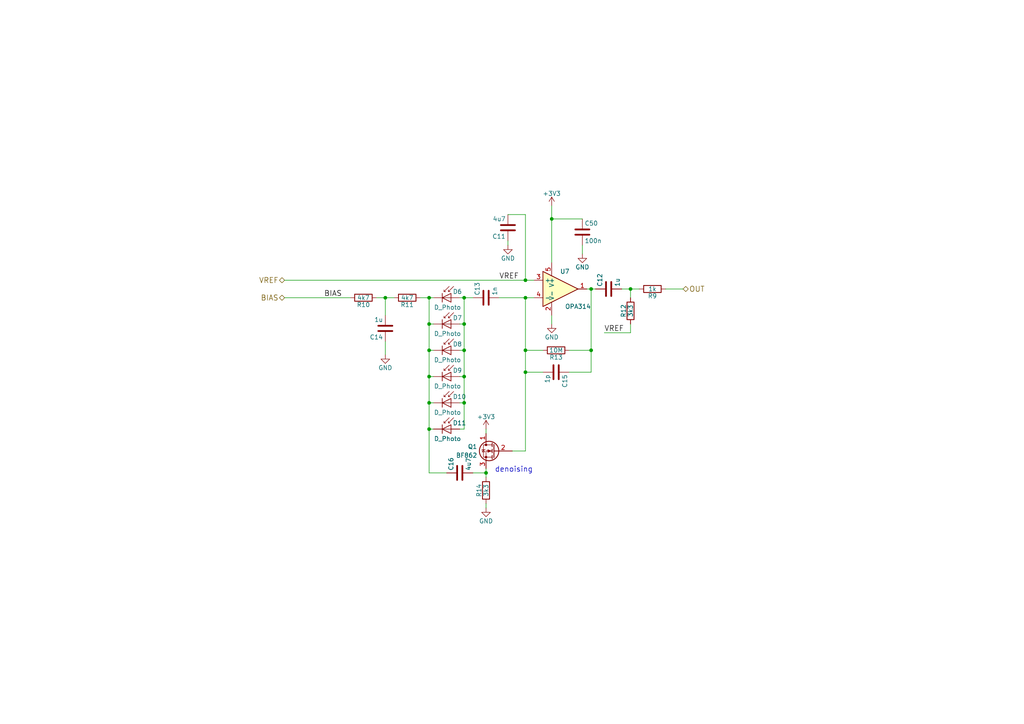
<source format=kicad_sch>
(kicad_sch (version 20230121) (generator eeschema)
  (paper "A4")
  (title_block (title "PCRD03A") (comment 1 " Silicon PIN diode cosmic radiation detector "))
  (lib_symbols
    (symbol "PCRD03A-rescue:+3V3" (power) (pin_names (offset 0))
      (property "Value" "+3V3" (at 0 3.556 0))
      (symbol "+3V3_0_1"
        (polyline (pts (xy -0.762 1.27) (xy 0 2.54)))
        (polyline (pts (xy 0 0) (xy 0 2.54)))
        (polyline (pts (xy 0 2.54) (xy 0.762 1.27)))
      )
      (symbol "+3V3_1_1"
        (pin power_in line (at 0 0 90) (length 0) hide (name "+3V3") (number "1"))
      )
    )
    (symbol "PCRD03A-rescue:C" (pin_numbers hide) (pin_names (offset 0.254))
      (property "Reference" "C" (at 0.635 2.54 0))
      (property "Value" "C" (at 0.635 -2.54 0))
      (symbol "C_0_1"
        (polyline (pts (xy -2.032 -0.762) (xy 2.032 -0.762)) (stroke (width 0.508)))
        (polyline (pts (xy -2.032 0.762) (xy 2.032 0.762)) (stroke (width 0.508)))
      )
      (symbol "C_1_1"
        (pin passive line (at 0 3.81 270) (length 2.794) (name "~") (number "1"))
        (pin passive line (at 0 -3.81 90) (length 2.794) (name "~") (number "2"))
      )
    )
    (symbol "PCRD03A-rescue:D_Photo" (pin_numbers hide) (pin_names (offset 1.016) hide)
      (property "Reference" "D" (at 0.508 1.778 0))
      (property "Value" "D_Photo" (at -1.016 -2.794 0))
      (symbol "D_Photo_0_1"
        (polyline (pts (xy -2.54 1.27) (xy -2.54 -1.27)) (stroke (width 0.2032)))
        (polyline (pts (xy -2.032 1.778) (xy -1.524 1.778)))
        (polyline (pts (xy 0 0) (xy -2.54 0)))
        (polyline (pts (xy -0.508 3.302) (xy -2.032 1.778) (xy -2.032 2.286)))
        (polyline (pts (xy 0 -1.27) (xy 0 1.27) (xy -2.54 0) (xy 0 -1.27)) (stroke (width 0.2032)))
        (polyline (pts (xy 0.762 3.302) (xy -0.762 1.778) (xy -0.762 2.286) (xy -0.762 1.778) (xy -0.254 1.778)))
      )
      (symbol "D_Photo_1_1"
        (pin passive line (at -5.08 0 0) (length 2.54) (name "K") (number "1"))
        (pin passive line (at 2.54 0 180) (length 2.54) (name "A") (number "2"))
      )
    )
    (symbol "PCRD03A-rescue:GND" (power) (pin_names (offset 0))
      (property "Value" "GND" (at 0 -3.81 0))
      (symbol "GND_0_1"
        (polyline (pts (xy 0 0) (xy 0 -1.27) (xy 1.27 -1.27) (xy 0 -2.54) (xy -1.27 -1.27) (xy 0 -1.27)))
      )
      (symbol "GND_1_1"
        (pin power_in line (at 0 0 270) (length 0) hide (name "GND") (number "1"))
      )
    )
    (symbol "PCRD03A-rescue:MCP6001"
      (property "Reference" "U" (at 1.27 5.08 0))
      (property "Value" "MCP6001" (at 5.08 -5.08 0))
      (symbol "MCP6001_0_1"
        (polyline (pts (xy -5.08 5.08) (xy 5.08 0) (xy -5.08 -5.08) (xy -5.08 5.08)) (stroke (width 0.254)) (fill (type background)))
      )
      (symbol "MCP6001_1_1"
        (pin output line (at 7.62 0 180) (length 2.54) (name "~") (number "1"))
        (pin input line (at -2.54 -7.62 90) (length 3.81) (name "V-") (number "2"))
        (pin input line (at -7.62 2.54 0) (length 2.54) (name "+") (number "3"))
        (pin input line (at -7.62 -2.54 0) (length 2.54) (name "-") (number "4"))
        (pin input line (at -2.54 7.62 270) (length 3.81) (name "V+") (number "5"))
      )
    )
    (symbol "PCRD03A-rescue:Q_NMOS_DGS" (pin_names (offset 0) hide)
      (property "Reference" "Q" (at 5.08 1.27 0))
      (property "Value" "Q_NMOS_DGS" (at 5.08 -1.27 0))
      (symbol "Q_NMOS_DGS_0_1"
        (polyline (pts (xy 0.762 -1.778) (xy 2.54 -1.778)))
        (polyline (pts (xy 0.762 -1.27) (xy 0.762 -2.286)) (stroke (width 0.254)))
        (polyline (pts (xy 0.762 0) (xy 2.54 0)))
        (polyline (pts (xy 0.762 0.508) (xy 0.762 -0.508)) (stroke (width 0.254)))
        (polyline (pts (xy 0.762 1.778) (xy 2.54 1.778)))
        (polyline (pts (xy 0.762 2.286) (xy 0.762 1.27)) (stroke (width 0.254)))
        (polyline (pts (xy 2.54 -1.778) (xy 2.54 -2.54)))
        (polyline (pts (xy 2.54 -1.778) (xy 2.54 0)))
        (polyline (pts (xy 2.54 2.54) (xy 2.54 1.778)))
        (polyline (pts (xy 0.254 1.905) (xy 0.254 -1.905) (xy 0.254 -1.905)) (stroke (width 0.254)))
        (polyline (pts (xy 1.016 0) (xy 2.032 0.381) (xy 2.032 -0.381) (xy 1.016 0)) (fill (type outline)))
        (polyline (pts (xy 2.54 -1.778) (xy 3.302 -1.778) (xy 3.302 1.778) (xy 2.54 1.778)))
        (polyline (pts (xy 2.794 0.508) (xy 2.921 0.381) (xy 3.683 0.381) (xy 3.81 0.254)))
        (polyline (pts (xy 3.302 0.381) (xy 2.921 -0.254) (xy 3.683 -0.254) (xy 3.302 0.381)))
        (circle (center 1.651 0) (radius 2.8194) (stroke (width 0.254)))
        (circle (center 2.54 -1.778) (radius 0.2794) (fill (type outline)))
        (circle (center 2.54 1.778) (radius 0.2794) (fill (type outline)))
      )
      (symbol "Q_NMOS_DGS_1_1"
        (pin passive line (at 2.54 5.08 270) (length 2.54) (name "D") (number "1"))
        (pin input line (at -5.08 0 0) (length 5.334) (name "G") (number "2"))
        (pin passive line (at 2.54 -5.08 90) (length 2.54) (name "S") (number "3"))
      )
    )
    (symbol "PCRD03A-rescue:R" (pin_numbers hide) (pin_names (offset 0))
      (property "Reference" "R" (at 2.032 0 90))
      (property "Value" "R" (at 0 0 90))
      (symbol "R_0_1"
        (rectangle (start -1.016 -2.54) (end 1.016 2.54) (stroke (width 0.254)))
      )
      (symbol "R_1_1"
        (pin passive line (at 0 3.81 270) (length 1.27) (name "~") (number "1"))
        (pin passive line (at 0 -3.81 90) (length 1.27) (name "~") (number "2"))
      )
    )
  )
  (junction (at 124.46 116.84))
  (junction (at 152.4 86.36))
  (junction (at 134.62 101.6))
  (junction (at 182.88 83.82))
  (junction (at 124.46 93.98))
  (junction (at 124.46 101.6))
  (junction (at 111.76 86.36))
  (junction (at 152.4 81.28))
  (junction (at 134.62 116.84))
  (junction (at 124.46 86.36))
  (junction (at 134.62 109.22))
  (junction (at 171.45 101.6))
  (junction (at 152.4 101.6))
  (junction (at 140.97 137.16))
  (junction (at 124.46 124.46))
  (junction (at 124.46 109.22))
  (junction (at 171.45 83.82))
  (junction (at 134.62 93.98))
  (junction (at 134.62 86.36))
  (junction (at 152.4 107.95))
  (junction (at 160.02 63.5))
  (wire (pts (xy 109.22 86.36) (xy 111.76 86.36)))
  (wire (pts (xy 171.45 83.82) (xy 172.72 83.82)))
  (wire (pts (xy 182.88 93.98) (xy 182.88 96.52)))
  (wire (pts (xy 121.92 86.36) (xy 124.46 86.36)))
  (wire (pts (xy 111.76 91.44) (xy 111.76 86.36)))
  (wire (pts (xy 124.46 137.16) (xy 129.54 137.16)))
  (wire (pts (xy 152.4 130.81) (xy 148.59 130.81)))
  (wire (pts (xy 111.76 102.87) (xy 111.76 99.06)))
  (wire (pts (xy 124.46 86.36) (xy 124.46 93.98)))
  (wire (pts (xy 82.55 81.28) (xy 152.4 81.28)))
  (wire (pts (xy 124.46 101.6) (xy 124.46 109.22)))
  (wire (pts (xy 171.45 101.6) (xy 165.1 101.6)))
  (wire (pts (xy 124.46 109.22) (xy 124.46 116.84)))
  (wire (pts (xy 134.62 124.46) (xy 133.35 124.46)))
  (wire (pts (xy 134.62 86.36) (xy 134.62 93.98)))
  (wire (pts (xy 182.88 96.52) (xy 175.26 96.52)))
  (wire (pts (xy 125.73 93.98) (xy 124.46 93.98)))
  (wire (pts (xy 171.45 107.95) (xy 165.1 107.95)))
  (wire (pts (xy 170.18 83.82) (xy 171.45 83.82)))
  (wire (pts (xy 168.91 63.5) (xy 160.02 63.5)))
  (wire (pts (xy 125.73 109.22) (xy 124.46 109.22)))
  (wire (pts (xy 125.73 124.46) (xy 124.46 124.46)))
  (wire (pts (xy 111.76 86.36) (xy 114.3 86.36)))
  (wire (pts (xy 124.46 116.84) (xy 124.46 124.46)))
  (wire (pts (xy 182.88 83.82) (xy 185.42 83.82)))
  (wire (pts (xy 124.46 93.98) (xy 124.46 101.6)))
  (wire (pts (xy 140.97 137.16) (xy 140.97 138.43)))
  (wire (pts (xy 152.4 86.36) (xy 152.4 101.6)))
  (wire (pts (xy 171.45 101.6) (xy 171.45 107.95)))
  (wire (pts (xy 157.48 107.95) (xy 152.4 107.95)))
  (wire (pts (xy 182.88 86.36) (xy 182.88 83.82)))
  (wire (pts (xy 125.73 116.84) (xy 124.46 116.84)))
  (wire (pts (xy 144.78 86.36) (xy 152.4 86.36)))
  (wire (pts (xy 152.4 101.6) (xy 157.48 101.6)))
  (wire (pts (xy 134.62 109.22) (xy 134.62 116.84)))
  (wire (pts (xy 152.4 62.23) (xy 152.4 81.28)))
  (wire (pts (xy 133.35 109.22) (xy 134.62 109.22)))
  (wire (pts (xy 152.4 107.95) (xy 152.4 130.81)))
  (wire (pts (xy 125.73 101.6) (xy 124.46 101.6)))
  (wire (pts (xy 82.55 86.36) (xy 101.6 86.36)))
  (wire (pts (xy 124.46 86.36) (xy 125.73 86.36)))
  (wire (pts (xy 147.32 71.12) (xy 147.32 69.85)))
  (wire (pts (xy 198.12 83.82) (xy 193.04 83.82)))
  (wire (pts (xy 152.4 81.28) (xy 154.94 81.28)))
  (wire (pts (xy 168.91 73.66) (xy 168.91 71.12)))
  (wire (pts (xy 152.4 86.36) (xy 154.94 86.36)))
  (wire (pts (xy 152.4 101.6) (xy 152.4 107.95)))
  (wire (pts (xy 160.02 91.44) (xy 160.02 93.98)))
  (wire (pts (xy 140.97 135.89) (xy 140.97 137.16)))
  (wire (pts (xy 147.32 62.23) (xy 152.4 62.23)))
  (wire (pts (xy 160.02 63.5) (xy 160.02 59.69)))
  (wire (pts (xy 134.62 86.36) (xy 137.16 86.36)))
  (wire (pts (xy 133.35 86.36) (xy 134.62 86.36)))
  (wire (pts (xy 124.46 124.46) (xy 124.46 137.16)))
  (wire (pts (xy 140.97 146.05) (xy 140.97 147.32)))
  (wire (pts (xy 133.35 93.98) (xy 134.62 93.98)))
  (wire (pts (xy 140.97 124.46) (xy 140.97 125.73)))
  (wire (pts (xy 133.35 101.6) (xy 134.62 101.6)))
  (wire (pts (xy 134.62 116.84) (xy 134.62 124.46)))
  (wire (pts (xy 160.02 76.2) (xy 160.02 63.5)))
  (wire (pts (xy 171.45 83.82) (xy 171.45 101.6)))
  (wire (pts (xy 133.35 116.84) (xy 134.62 116.84)))
  (wire (pts (xy 134.62 93.98) (xy 134.62 101.6)))
  (wire (pts (xy 180.34 83.82) (xy 182.88 83.82)))
  (wire (pts (xy 134.62 101.6) (xy 134.62 109.22)))
  (wire (pts (xy 137.16 137.16) (xy 140.97 137.16)))
  (text "denoising" (at 143.51 137.16 0) (effects (font (size 1.524 1.524)) (justify left bottom)))
  (label "VREF" (at 144.78 81.28 0) (effects (font (size 1.524 1.524))))
  (label "VREF" (at 175.26 96.52 0) (effects (font (size 1.524 1.524))))
  (label "BIAS" (at 93.98 86.36 0) (effects (font (size 1.524 1.524))))
  (hierarchical_label "VREF" (shape bidirectional) (at 82.55 81.28 180) (effects (font (size 1.524 1.524))))
  (hierarchical_label "BIAS" (shape bidirectional) (at 82.55 86.36 180) (effects (font (size 1.524 1.524))))
  (hierarchical_label "OUT" (shape bidirectional) (at 198.12 83.82 0) (effects (font (size 1.524 1.524))))
  (symbol (lib_id "PCRD03A-rescue:+3V3") (at 160.02 59.69 0) (unit 1)
    (property "Reference" "#PWR030" (effects hide))
    (property "Value" "+3V3" (at 160.02 56.134 0))
    (instances (project "PCRD03A" (path "" (reference "#PWR030") (unit 1)) (path "" (reference "#PWR044") (unit 1)) (path "" (reference "#PWR065") (unit 1)) (path "" (reference "#PWR037") (unit 1)) (path "" (reference "#PWR058") (unit 1)) (path "" (reference "#PWR051") (unit 1)) (path "" (reference "#PWR065") (unit 1))))
  )
  (symbol (lib_id "PCRD03A-rescue:GND") (at 160.02 93.98 0) (unit 1)
    (property "Reference" "#PWR031" (effects hide))
    (property "Value" "GND" (at 160.02 97.79 0))
    (instances (project "PCRD03A" (path "" (reference "#PWR031") (unit 1)) (path "" (reference "#PWR045") (unit 1)) (path "" (reference "#PWR066") (unit 1)) (path "" (reference "#PWR038") (unit 1)) (path "" (reference "#PWR059") (unit 1)) (path "" (reference "#PWR052") (unit 1))))
  )
  (symbol (lib_id "PCRD03A-rescue:R") (at 189.23 83.82 270) (unit 1)
    (property "Reference" "R9" (at 189.23 85.852 90))
    (property "Value" "1k" (at 189.23 83.82 90))
    (property "Footprint" "Resistors_SMD:R_0805" (effects hide))
    (instances (project "PCRD03A" (path "" (reference "R9") (unit 1)) (path "" (reference "R21") (unit 1)) (path "" (reference "R39") (unit 1)) (path "" (reference "R15") (unit 1)) (path "" (reference "R33") (unit 1)) (path "" (reference "R27") (unit 1))))
  )
  (symbol (lib_id "PCRD03A-rescue:R") (at 182.88 90.17 180) (unit 1)
    (property "Reference" "R12" (at 180.848 90.17 90))
    (property "Value" "3k3" (at 182.88 90.17 90))
    (property "Footprint" "Resistors_SMD:R_0805" (effects hide))
    (instances (project "PCRD03A" (path "" (reference "R12") (unit 1)) (path "" (reference "R24") (unit 1)) (path "" (reference "R42") (unit 1)) (path "" (reference "R18") (unit 1)) (path "" (reference "R36") (unit 1)) (path "" (reference "R30") (unit 1))))
  )
  (symbol (lib_id "PCRD03A-rescue:C") (at 176.53 83.82 90) (unit 1)
    (property "Reference" "C12" (at 173.99 83.185 0) (effects (justify left)))
    (property "Value" "1u" (at 179.07 83.185 0) (effects (justify left)))
    (property "Footprint" "Capacitors_SMD:C_0805" (effects hide))
    (instances (project "PCRD03A" (path "" (reference "C12") (unit 1)) (path "" (reference "C24") (unit 1)) (path "" (reference "C42") (unit 1)) (path "" (reference "C18") (unit 1)) (path "" (reference "C36") (unit 1)) (path "" (reference "C30") (unit 1))))
  )
  (symbol (lib_id "PCRD03A-rescue:R") (at 161.29 101.6 270) (unit 1)
    (property "Reference" "R13" (at 161.29 103.632 90))
    (property "Value" "10M" (at 161.29 101.6 90))
    (property "Footprint" "Resistors_SMD:R_0805" (effects hide))
    (instances (project "PCRD03A" (path "" (reference "R13") (unit 1)) (path "" (reference "R25") (unit 1)) (path "" (reference "R43") (unit 1)) (path "" (reference "R19") (unit 1)) (path "" (reference "R37") (unit 1)) (path "" (reference "R31") (unit 1))))
  )
  (symbol (lib_id "PCRD03A-rescue:C") (at 161.29 107.95 270) (unit 1)
    (property "Reference" "C15" (at 163.83 108.585 0) (effects (justify left)))
    (property "Value" "1p" (at 158.75 108.585 0) (effects (justify left)))
    (property "Footprint" "Capacitors_SMD:C_0805" (effects hide))
    (instances (project "PCRD03A" (path "" (reference "C15") (unit 1)) (path "" (reference "C27") (unit 1)) (path "" (reference "C45") (unit 1)) (path "" (reference "C21") (unit 1)) (path "" (reference "C39") (unit 1)) (path "" (reference "C33") (unit 1))))
  )
  (symbol (lib_id "PCRD03A-rescue:C") (at 147.32 66.04 180) (unit 1)
    (property "Reference" "C11" (at 146.685 68.58 0) (effects (justify left)))
    (property "Value" "4u7" (at 146.685 63.5 0) (effects (justify left)))
    (property "Footprint" "Capacitors_SMD:C_0805" (effects hide))
    (instances (project "PCRD03A" (path "" (reference "C11") (unit 1)) (path "" (reference "C23") (unit 1)) (path "" (reference "C41") (unit 1)) (path "" (reference "C17") (unit 1)) (path "" (reference "C35") (unit 1)) (path "" (reference "C29") (unit 1))))
  )
  (symbol (lib_id "PCRD03A-rescue:GND") (at 147.32 71.12 0) (unit 1)
    (property "Reference" "#PWR032" (effects hide))
    (property "Value" "GND" (at 147.32 74.93 0))
    (instances (project "PCRD03A" (path "" (reference "#PWR032") (unit 1)) (path "" (reference "#PWR046") (unit 1)) (path "" (reference "#PWR067") (unit 1)) (path "" (reference "#PWR039") (unit 1)) (path "" (reference "#PWR060") (unit 1)) (path "" (reference "#PWR053") (unit 1))))
  )
  (symbol (lib_id "PCRD03A-rescue:D_Photo") (at 130.81 86.36 0) (unit 1)
    (property "Reference" "D6" (at 131.318 84.582 0) (effects (justify left)))
    (property "Value" "D_Photo" (at 129.794 89.154 0))
    (property "Footprint" "lib:PIND_universal" (effects hide))
    (instances (project "PCRD03A" (path "" (reference "D6") (unit 1)) (path "" (reference "D18") (unit 1)) (path "" (reference "D36") (unit 1)) (path "" (reference "D12") (unit 1)) (path "" (reference "D30") (unit 1)) (path "" (reference "D24") (unit 1))))
  )
  (symbol (lib_id "PCRD03A-rescue:R") (at 105.41 86.36 270) (unit 1)
    (property "Reference" "R10" (at 105.41 88.392 90))
    (property "Value" "4k7" (at 105.41 86.36 90))
    (property "Footprint" "Resistors_SMD:R_0805" (effects hide))
    (instances (project "PCRD03A" (path "" (reference "R10") (unit 1)) (path "" (reference "R22") (unit 1)) (path "" (reference "R40") (unit 1)) (path "" (reference "R16") (unit 1)) (path "" (reference "R34") (unit 1)) (path "" (reference "R28") (unit 1))))
  )
  (symbol (lib_id "PCRD03A-rescue:C") (at 111.76 95.25 180) (unit 1)
    (property "Reference" "C14" (at 111.125 97.79 0) (effects (justify left)))
    (property "Value" "1u" (at 111.125 92.71 0) (effects (justify left)))
    (property "Footprint" "Capacitors_SMD:C_0805" (effects hide))
    (instances (project "PCRD03A" (path "" (reference "C14") (unit 1)) (path "" (reference "C26") (unit 1)) (path "" (reference "C44") (unit 1)) (path "" (reference "C20") (unit 1)) (path "" (reference "C38") (unit 1)) (path "" (reference "C32") (unit 1))))
  )
  (symbol (lib_id "PCRD03A-rescue:GND") (at 111.76 102.87 0) (unit 1)
    (property "Reference" "#PWR033" (effects hide))
    (property "Value" "GND" (at 111.76 106.68 0))
    (instances (project "PCRD03A" (path "" (reference "#PWR033") (unit 1)) (path "" (reference "#PWR047") (unit 1)) (path "" (reference "#PWR068") (unit 1)) (path "" (reference "#PWR040") (unit 1)) (path "" (reference "#PWR061") (unit 1)) (path "" (reference "#PWR054") (unit 1))))
  )
  (symbol (lib_id "PCRD03A-rescue:C") (at 140.97 86.36 90) (unit 1)
    (property "Reference" "C13" (at 138.43 85.725 0) (effects (justify left)))
    (property "Value" "1n" (at 143.51 85.725 0) (effects (justify left)))
    (property "Footprint" "Capacitors_SMD:C_0805" (effects hide))
    (instances (project "PCRD03A" (path "" (reference "C13") (unit 1)) (path "" (reference "C25") (unit 1)) (path "" (reference "C43") (unit 1)) (path "" (reference "C19") (unit 1)) (path "" (reference "C37") (unit 1)) (path "" (reference "C31") (unit 1))))
  )
  (symbol (lib_id "PCRD03A-rescue:Q_NMOS_DGS") (at 143.51 130.81 0) (mirror y) (unit 1)
    (property "Reference" "Q1" (at 138.43 129.54 0) (effects (justify left)))
    (property "Value" "BF862" (at 138.43 132.08 0) (effects (justify left)))
    (property "Footprint" "Mlab_IO:SOT-23" (effects hide))
    (instances (project "PCRD03A" (path "" (reference "Q1") (unit 1)) (path "" (reference "Q3") (unit 1)) (path "" (reference "Q6") (unit 1)) (path "" (reference "Q2") (unit 1)) (path "" (reference "Q5") (unit 1)) (path "" (reference "Q4") (unit 1))))
  )
  (symbol (lib_id "PCRD03A-rescue:R") (at 140.97 142.24 180) (unit 1)
    (property "Reference" "R14" (at 138.938 142.24 90))
    (property "Value" "3k3" (at 140.97 142.24 90))
    (property "Footprint" "Resistors_SMD:R_0805" (effects hide))
    (instances (project "PCRD03A" (path "" (reference "R14") (unit 1)) (path "" (reference "R26") (unit 1)) (path "" (reference "R44") (unit 1)) (path "" (reference "R20") (unit 1)) (path "" (reference "R38") (unit 1)) (path "" (reference "R32") (unit 1))))
  )
  (symbol (lib_id "PCRD03A-rescue:GND") (at 140.97 147.32 0) (unit 1)
    (property "Reference" "#PWR034" (effects hide))
    (property "Value" "GND" (at 140.97 151.13 0))
    (instances (project "PCRD03A" (path "" (reference "#PWR034") (unit 1)) (path "" (reference "#PWR048") (unit 1)) (path "" (reference "#PWR069") (unit 1)) (path "" (reference "#PWR041") (unit 1)) (path "" (reference "#PWR062") (unit 1)) (path "" (reference "#PWR055") (unit 1))))
  )
  (symbol (lib_id "PCRD03A-rescue:+3V3") (at 140.97 124.46 0) (unit 1)
    (property "Reference" "#PWR035" (effects hide))
    (property "Value" "+3V3" (at 140.97 120.904 0))
    (instances (project "PCRD03A" (path "" (reference "#PWR035") (unit 1)) (path "" (reference "#PWR049") (unit 1)) (path "" (reference "#PWR070") (unit 1)) (path "" (reference "#PWR042") (unit 1)) (path "" (reference "#PWR063") (unit 1)) (path "" (reference "#PWR056") (unit 1)) (path "" (reference "#PWR070") (unit 1))))
  )
  (symbol (lib_id "PCRD03A-rescue:C") (at 133.35 137.16 90) (unit 1)
    (property "Reference" "C16" (at 130.81 136.525 0) (effects (justify left)))
    (property "Value" "4u7" (at 135.89 136.525 0) (effects (justify left)))
    (property "Footprint" "Capacitors_SMD:C_0805" (effects hide))
    (instances (project "PCRD03A" (path "" (reference "C16") (unit 1)) (path "" (reference "C28") (unit 1)) (path "" (reference "C46") (unit 1)) (path "" (reference "C22") (unit 1)) (path "" (reference "C40") (unit 1)) (path "" (reference "C34") (unit 1))))
  )
  (symbol (lib_id "PCRD03A-rescue:R") (at 118.11 86.36 270) (unit 1)
    (property "Reference" "R11" (at 118.11 88.392 90))
    (property "Value" "4k7" (at 118.11 86.36 90))
    (property "Footprint" "Resistors_SMD:R_0805" (effects hide))
    (instances (project "PCRD03A" (path "" (reference "R11") (unit 1)) (path "" (reference "R23") (unit 1)) (path "" (reference "R41") (unit 1)) (path "" (reference "R17") (unit 1)) (path "" (reference "R35") (unit 1)) (path "" (reference "R29") (unit 1))))
  )
  (symbol (lib_id "PCRD03A-rescue:D_Photo") (at 130.81 93.98 0) (unit 1)
    (property "Reference" "D7" (at 131.318 92.202 0) (effects (justify left)))
    (property "Value" "D_Photo" (at 129.794 96.774 0))
    (property "Footprint" "lib:PIND_universal" (effects hide))
    (instances (project "PCRD03A" (path "" (reference "D7") (unit 1)) (path "" (reference "D19") (unit 1)) (path "" (reference "D37") (unit 1)) (path "" (reference "D13") (unit 1)) (path "" (reference "D31") (unit 1)) (path "" (reference "D25") (unit 1))))
  )
  (symbol (lib_id "PCRD03A-rescue:D_Photo") (at 130.81 124.46 0) (unit 1)
    (property "Reference" "D11" (at 131.318 122.682 0) (effects (justify left)))
    (property "Value" "D_Photo" (at 129.794 127.254 0))
    (property "Footprint" "lib:PIND_universal" (effects hide))
    (instances (project "PCRD03A" (path "" (reference "D11") (unit 1)) (path "" (reference "D23") (unit 1)) (path "" (reference "D41") (unit 1)) (path "" (reference "D17") (unit 1)) (path "" (reference "D35") (unit 1)) (path "" (reference "D29") (unit 1))))
  )
  (symbol (lib_id "PCRD03A-rescue:D_Photo") (at 130.81 101.6 0) (unit 1)
    (property "Reference" "D8" (at 131.318 99.822 0) (effects (justify left)))
    (property "Value" "D_Photo" (at 129.794 104.394 0))
    (property "Footprint" "lib:PIND_universal" (effects hide))
    (instances (project "PCRD03A" (path "" (reference "D8") (unit 1)) (path "" (reference "D20") (unit 1)) (path "" (reference "D38") (unit 1)) (path "" (reference "D14") (unit 1)) (path "" (reference "D32") (unit 1)) (path "" (reference "D26") (unit 1))))
  )
  (symbol (lib_id "PCRD03A-rescue:D_Photo") (at 130.81 109.22 0) (unit 1)
    (property "Reference" "D9" (at 131.318 107.442 0) (effects (justify left)))
    (property "Value" "D_Photo" (at 129.794 112.014 0))
    (property "Footprint" "lib:PIND_universal" (effects hide))
    (instances (project "PCRD03A" (path "" (reference "D9") (unit 1)) (path "" (reference "D21") (unit 1)) (path "" (reference "D39") (unit 1)) (path "" (reference "D15") (unit 1)) (path "" (reference "D33") (unit 1)) (path "" (reference "D27") (unit 1))))
  )
  (symbol (lib_id "PCRD03A-rescue:D_Photo") (at 130.81 116.84 0) (unit 1)
    (property "Reference" "D10" (at 131.318 115.062 0) (effects (justify left)))
    (property "Value" "D_Photo" (at 129.794 119.634 0))
    (property "Footprint" "lib:PIND_universal" (effects hide))
    (instances (project "PCRD03A" (path "" (reference "D10") (unit 1)) (path "" (reference "D22") (unit 1)) (path "" (reference "D40") (unit 1)) (path "" (reference "D16") (unit 1)) (path "" (reference "D34") (unit 1)) (path "" (reference "D28") (unit 1))))
  )
  (symbol (lib_id "PCRD03A-rescue:MCP6001") (at 162.56 83.82 0) (unit 1)
    (property "Reference" "U7" (at 163.83 78.74 0))
    (property "Value" "OPA314" (at 167.64 88.9 0))
    (property "Footprint" "TO_SOT_Packages_SMD:SOT-23-5" (effects hide))
    (instances (project "PCRD03A" (path "" (reference "U7") (unit 1)) (path "" (reference "U9") (unit 1)) (path "" (reference "U11") (unit 1)) (path "" (reference "U8") (unit 1)) (path "" (reference "U6") (unit 1)) (path "" (reference "U10") (unit 1))))
  )
  (symbol (lib_id "PCRD03A-rescue:C") (at 168.91 67.31 0) (unit 1)
    (property "Reference" "C50" (at 169.545 64.77 0) (effects (justify left)))
    (property "Value" "100n" (at 169.545 69.85 0) (effects (justify left)))
    (property "Footprint" "Capacitors_SMD:C_0805" (effects hide))
    (instances (project "PCRD03A" (path "" (reference "C50") (unit 1)) (path "" (reference "C52") (unit 1)) (path "" (reference "C54") (unit 1)) (path "" (reference "C51") (unit 1)) (path "" (reference "C49") (unit 1)) (path "" (reference "C53") (unit 1))))
  )
  (symbol (lib_id "PCRD03A-rescue:GND") (at 168.91 73.66 0) (unit 1)
    (property "Reference" "#PWR036" (effects hide))
    (property "Value" "GND" (at 168.91 77.47 0))
    (instances (project "PCRD03A" (path "" (reference "#PWR036") (unit 1)) (path "" (reference "#PWR057") (unit 1)) (path "" (reference "#PWR071") (unit 1)) (path "" (reference "#PWR050") (unit 1)) (path "" (reference "#PWR043") (unit 1)) (path "" (reference "#PWR064") (unit 1))))
  )
)
</source>
